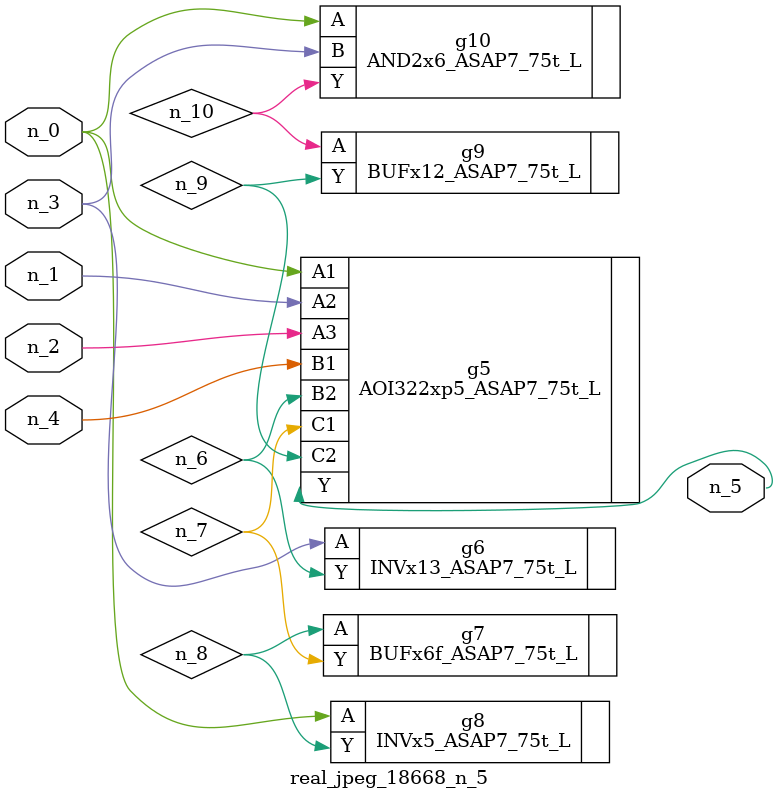
<source format=v>
module real_jpeg_18668_n_5 (n_4, n_0, n_1, n_2, n_3, n_5);

input n_4;
input n_0;
input n_1;
input n_2;
input n_3;

output n_5;

wire n_8;
wire n_6;
wire n_7;
wire n_10;
wire n_9;

AOI322xp5_ASAP7_75t_L g5 ( 
.A1(n_0),
.A2(n_1),
.A3(n_2),
.B1(n_4),
.B2(n_6),
.C1(n_7),
.C2(n_9),
.Y(n_5)
);

INVx5_ASAP7_75t_L g8 ( 
.A(n_0),
.Y(n_8)
);

AND2x6_ASAP7_75t_L g10 ( 
.A(n_0),
.B(n_3),
.Y(n_10)
);

INVx13_ASAP7_75t_L g6 ( 
.A(n_3),
.Y(n_6)
);

BUFx6f_ASAP7_75t_L g7 ( 
.A(n_8),
.Y(n_7)
);

BUFx12_ASAP7_75t_L g9 ( 
.A(n_10),
.Y(n_9)
);


endmodule
</source>
